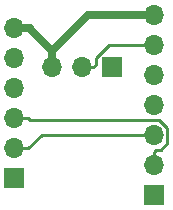
<source format=gbl>
G04 #@! TF.GenerationSoftware,KiCad,Pcbnew,(5.1.9)-1*
G04 #@! TF.CreationDate,2021-07-08T10:46:36+02:00*
G04 #@! TF.ProjectId,ttl_to_usb_adapter,74746c5f-746f-45f7-9573-625f61646170,v0.0*
G04 #@! TF.SameCoordinates,Original*
G04 #@! TF.FileFunction,Copper,L2,Bot*
G04 #@! TF.FilePolarity,Positive*
%FSLAX46Y46*%
G04 Gerber Fmt 4.6, Leading zero omitted, Abs format (unit mm)*
G04 Created by KiCad (PCBNEW (5.1.9)-1) date 2021-07-08 10:46:36*
%MOMM*%
%LPD*%
G01*
G04 APERTURE LIST*
G04 #@! TA.AperFunction,ComponentPad*
%ADD10O,1.700000X1.700000*%
G04 #@! TD*
G04 #@! TA.AperFunction,ComponentPad*
%ADD11R,1.700000X1.700000*%
G04 #@! TD*
G04 #@! TA.AperFunction,Conductor*
%ADD12C,0.650000*%
G04 #@! TD*
G04 #@! TA.AperFunction,Conductor*
%ADD13C,0.250000*%
G04 #@! TD*
G04 APERTURE END LIST*
D10*
X168200000Y-87960000D03*
X168200000Y-90500000D03*
X168200000Y-93040000D03*
X168200000Y-95580000D03*
X168200000Y-98120000D03*
X168200000Y-100660000D03*
D11*
X168200000Y-103200000D03*
X164700000Y-92400000D03*
D10*
X162160000Y-92400000D03*
X159620000Y-92400000D03*
X156400000Y-89100000D03*
X156400000Y-91640000D03*
X156400000Y-94180000D03*
X156400000Y-96720000D03*
X156400000Y-99260000D03*
D11*
X156400000Y-101800000D03*
D12*
X168200000Y-87960000D02*
X162684700Y-87960000D01*
X162684700Y-87960000D02*
X159620000Y-91024700D01*
X157775300Y-89100000D02*
X157775300Y-89180000D01*
X157775300Y-89180000D02*
X159620000Y-91024700D01*
X156400000Y-89100000D02*
X157775300Y-89100000D01*
X159620000Y-92400000D02*
X159620000Y-91024700D01*
D13*
X168200000Y-100660000D02*
X168200000Y-99600000D01*
X168200000Y-99600000D02*
X168400000Y-99400000D01*
X169375300Y-98824700D02*
X168800000Y-99400000D01*
X169375300Y-97568000D02*
X169375300Y-98824700D01*
X168657300Y-96850000D02*
X169375300Y-97568000D01*
X157705300Y-96850000D02*
X168657300Y-96850000D01*
X157575300Y-96720000D02*
X157705300Y-96850000D01*
X156400000Y-96720000D02*
X157575300Y-96720000D01*
X168400000Y-99400000D02*
X168800000Y-99400000D01*
X156400000Y-99260000D02*
X157575300Y-99260000D01*
X157575300Y-99260000D02*
X158715300Y-98120000D01*
X158715300Y-98120000D02*
X168200000Y-98120000D01*
X163335300Y-91592000D02*
X164427300Y-90500000D01*
X164427300Y-90500000D02*
X168200000Y-90500000D01*
X162160000Y-92400000D02*
X163100000Y-92400000D01*
X163335300Y-92164700D02*
X163335300Y-91592000D01*
X163100000Y-92400000D02*
X163335300Y-92164700D01*
M02*

</source>
